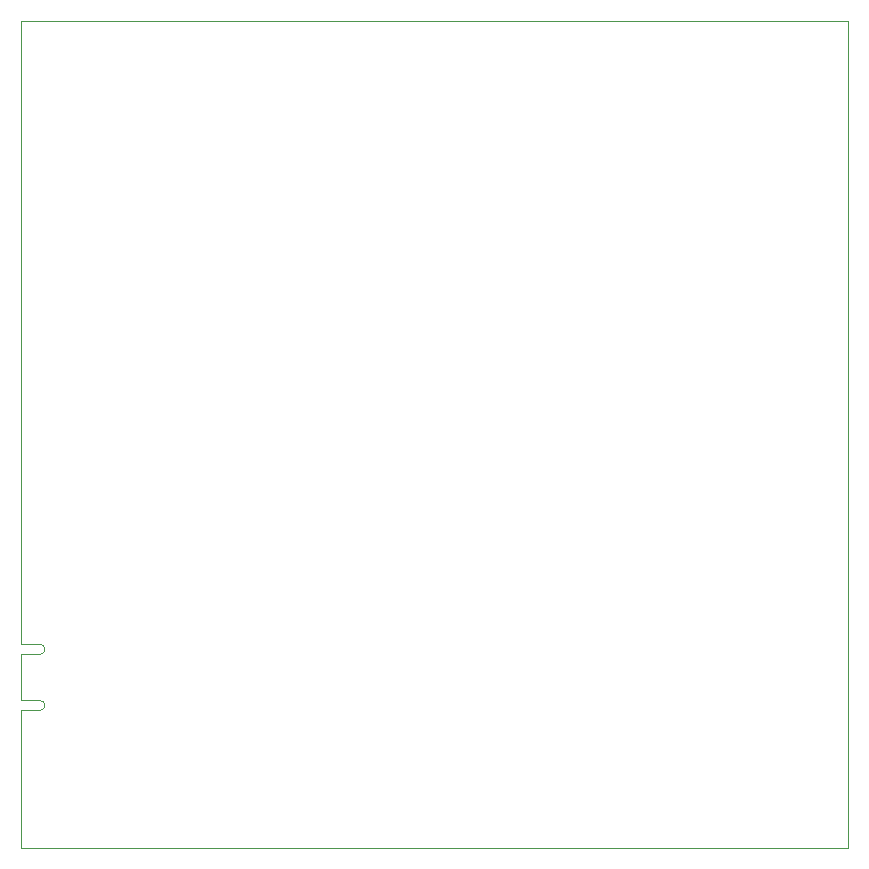
<source format=gbr>
G04 #@! TF.GenerationSoftware,KiCad,Pcbnew,5.1.6*
G04 #@! TF.CreationDate,2020-07-28T12:29:14+02:00*
G04 #@! TF.ProjectId,ESP32_lamp,45535033-325f-46c6-916d-702e6b696361,rev?*
G04 #@! TF.SameCoordinates,Original*
G04 #@! TF.FileFunction,Profile,NP*
%FSLAX46Y46*%
G04 Gerber Fmt 4.6, Leading zero omitted, Abs format (unit mm)*
G04 Created by KiCad (PCBNEW 5.1.6) date 2020-07-28 12:29:14*
%MOMM*%
%LPD*%
G01*
G04 APERTURE LIST*
G04 #@! TA.AperFunction,Profile*
%ADD10C,0.050000*%
G04 #@! TD*
G04 #@! TA.AperFunction,Profile*
%ADD11C,0.100000*%
G04 #@! TD*
G04 APERTURE END LIST*
D10*
X120000000Y-126800000D02*
X120000000Y-75000000D01*
X120000000Y-145000000D02*
X120000000Y-134300000D01*
X190000000Y-75000000D02*
X190000000Y-145000000D01*
X120000000Y-75000000D02*
X190000000Y-75000000D01*
X190000000Y-145000000D02*
X120000000Y-145000000D01*
D11*
X120000000Y-127750000D02*
X120000000Y-126800000D01*
X121575000Y-127750000D02*
X120000000Y-127750000D01*
X121575000Y-128600000D02*
X120000000Y-128600000D01*
X120000000Y-132500000D02*
X120000000Y-128600000D01*
X121575000Y-132500000D02*
X120000000Y-132500000D01*
X121575000Y-133350000D02*
X120000000Y-133350000D01*
X120000000Y-134300000D02*
X120000000Y-133350000D01*
X121575000Y-132500000D02*
G75*
G02*
X121575000Y-133350000I0J-425000D01*
G01*
X121575000Y-127750000D02*
G75*
G02*
X121575000Y-128600000I0J-425000D01*
G01*
M02*

</source>
